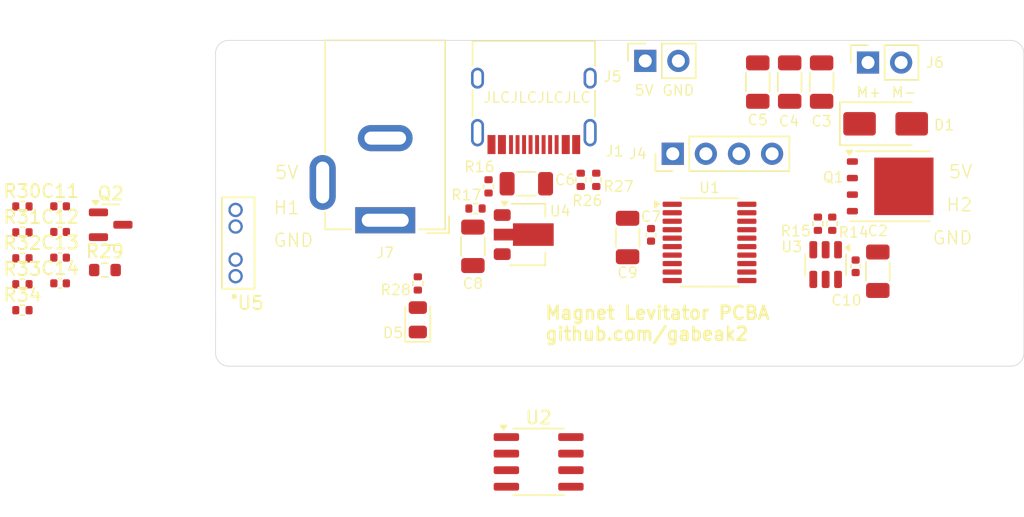
<source format=kicad_pcb>
(kicad_pcb (version 20241229) (generator "pcbnew") (generator_version "9.0")
  (layers (0 "F.Cu" signal) (2 "B.Cu" signal) (13 "F.Paste" user) (15 "B.Paste" user) (5 "F.SilkS" user "F.Silkscreen") (7 "B.SilkS" user "B.Silkscreen") (1 "F.Mask" user) (3 "B.Mask" user) (25 "Edge.Cuts" user))
  (net 0 "")
  (net 1 "+5V")
  (net 2 "GND")
  (net 3 "Net-(C6-Pad2)")
  (net 4 "+3.3V")
  (net 5 "Net-(C8-Pad2)")
  (net 6 "Net-(D1-A)")
  (net 7 "Net-(D5-A)")
  (net 10 "/CC2")
  (net 14 "/CC1")
  (net 20 "Net-(U1-PF2)")
  (net 21 "Net-(U2A--)")
  (net 23 "Net-(Q1-G)")
  (net 24 "Net-(U3-OUTH)")
  (net 25 "Net-(U3-OUTL)")
  (net 27 "/Gate_driver_in")
  (net 33 "/SWCLK")
  (net 35 "/ADC")
  (net 40 "/SWDIO")
  (net 42 "Net-(C13-Pad2)")
  (net 43 "Net-(U2B--)")
  (net 44 "Net-(Q2-B)")
  (net 45 "Net-(Q2-C)")
  (net 46 "Net-(Q2-E)")
  (net 47 "Net-(U2B-+)")
  (footprint "Resistor_SMD:R_0603_1608Metric" (layer "F.Cu") (at 100.615 104.12)
    (property "Reference" "R29" (at 0 -1.43 0) (layer "F.SilkS"))
    (property "Value" "220k")
    (fp_line (start -0.237258 -0.5225) (end 0.237258 -0.5225) (stroke (width 0.12)) (layer "F.SilkS"))
    (fp_line (start -0.237258 0.5225) (end 0.237258 0.5225) (stroke (width 0.12)) (layer "F.SilkS"))
    (pad "1" smd roundrect (at -0.825 0) (size 0.8 0.95) (layers "F.Cu" "F.Mask" "F.Paste") (net 35 "/ADC"))
    (pad "2" smd roundrect (at 0.825 0) (size 0.8 0.95) (layers "F.Cu" "F.Mask" "F.Paste") (net 21 "Net-(U2A--)"))
  )
  (footprint "Capacitor_SMD:C_0402_1005Metric" (layer "F.Cu") (at 97.175 101.2)
    (property "Reference" "C12" (at 0 -1.16 0) (layer "F.SilkS"))
    (property "Value" "1nF")
    (fp_line (start -0.107836 -0.36) (end 0.107836 -0.36) (stroke (width 0.12)) (layer "F.SilkS"))
    (fp_line (start -0.107836 0.36) (end 0.107836 0.36) (stroke (width 0.12)) (layer "F.SilkS"))
    (pad "1" smd roundrect (at -0.48 0) (size 0.56 0.62) (layers "F.Cu" "F.Mask" "F.Paste") (net 21 "Net-(U2A--)"))
    (pad "2" smd roundrect (at 0.48 0) (size 0.56 0.62) (layers "F.Cu" "F.Mask" "F.Paste") (net 35 "/ADC"))
  )
  (footprint "gabe_sensors:TCRT1000" (layer "F.Cu") (at 110.84 102.05 90)
    (property "Reference" "U5" (at -4.6 0.96 180) (layer "F.SilkS") (effects (font (size 1.000118 1.000118))))
    (property "Value" "~")
    (fp_line (start 3.5 -1.25) (end 3.5 1.25) (stroke (width 0.127)) (layer "F.SilkS"))
    (fp_line (start -3.5 -1.25) (end 3.5 -1.25) (stroke (width 0.127)) (layer "F.SilkS"))
    (fp_line (start 3.5 1.25) (end -3.5 1.25) (stroke (width 0.127)) (layer "F.SilkS"))
    (fp_line (start -3.5 1.25) (end -3.5 -1.25) (stroke (width 0.127)) (layer "F.SilkS"))
    (fp_circle (center -4.1 -0.3) (end -4 -0.3) (stroke (width 0.2)) (fill no) (layer "F.SilkS"))
    (pad "1" thru_hole circle (at -2.54 -0.2 90) (size 1.1 1.1) (drill 0.75) (layers "*.Cu" "*.Mask") (net 1 "+5V"))
    (pad "2" thru_hole circle (at -1.27 -0.2 90) (size 1.1 1.1) (drill 0.75) (layers "*.Cu" "*.Mask") (net 45 "Net-(Q2-C)"))
    (pad "3" thru_hole circle (at 1.27 -0.2 90) (size 1.1 1.1) (drill 0.75) (layers "*.Cu" "*.Mask") (net 2 "GND"))
    (pad "4" thru_hole circle (at 2.54 -0.2 90) (size 1.1 1.1) (drill 0.75) (layers "*.Cu" "*.Mask") (net 21 "Net-(U2A--)"))
  )
  (footprint "Capacitor_SMD:C_0402_1005Metric" (layer "F.Cu") (at 97.175 99.23)
    (property "Reference" "C11" (at 0 -1.16 0) (layer "F.SilkS"))
    (property "Value" "100nF")
    (fp_line (start -0.107836 -0.36) (end 0.107836 -0.36) (stroke (width 0.12)) (layer "F.SilkS"))
    (fp_line (start -0.107836 0.36) (end 0.107836 0.36) (stroke (width 0.12)) (layer "F.SilkS"))
    (pad "1" smd roundrect (at -0.48 0) (size 0.56 0.62) (layers "F.Cu" "F.Mask" "F.Paste") (net 20 "Net-(U1-PF2)"))
    (pad "2" smd roundrect (at 0.48 0) (size 0.56 0.62) (layers "F.Cu" "F.Mask" "F.Paste") (net 2 "GND"))
  )
  (footprint "Resistor_SMD:R_0402_1005Metric" (layer "F.Cu") (at 94.285 99.24)
    (property "Reference" "R30" (at 0 -1.17 0) (layer "F.SilkS"))
    (property "Value" "5.1k")
    (fp_line (start -0.153641 -0.38) (end 0.153641 -0.38) (stroke (width 0.12)) (layer "F.SilkS"))
    (fp_line (start -0.153641 0.38) (end 0.153641 0.38) (stroke (width 0.12)) (layer "F.SilkS"))
    (pad "1" smd roundrect (at -0.51 0) (size 0.54 0.64) (layers "F.Cu" "F.Mask" "F.Paste") (net 46 "Net-(Q2-E)"))
    (pad "2" smd roundrect (at 0.51 0) (size 0.54 0.64) (layers "F.Cu" "F.Mask" "F.Paste") (net 43 "Net-(U2B--)"))
  )
  (footprint "Resistor_SMD:R_0402_1005Metric" (layer "F.Cu") (at 94.285 107.2)
    (property "Reference" "R34" (at 0 -1.17 0) (layer "F.SilkS"))
    (property "Value" "5.1k")
    (fp_line (start -0.153641 -0.38) (end 0.153641 -0.38) (stroke (width 0.12)) (layer "F.SilkS"))
    (fp_line (start -0.153641 0.38) (end 0.153641 0.38) (stroke (width 0.12)) (layer "F.SilkS"))
    (pad "1" smd roundrect (at -0.51 0) (size 0.54 0.64) (layers "F.Cu" "F.Mask" "F.Paste") (net 47 "Net-(U2B-+)"))
    (pad "2" smd roundrect (at 0.51 0) (size 0.54 0.64) (layers "F.Cu" "F.Mask" "F.Paste") (net 2 "GND"))
  )
  (footprint "Capacitor_SMD:C_0402_1005Metric" (layer "F.Cu") (at 142.5125 101.42 -90)
    (property "Reference" "C7" (at -1.4 0 0) (layer "F.SilkS") (effects (font (size 0.8 0.8) (thickness 0.1))))
    (property "Value" "100nF")
    (fp_line (start -0.107836 0.36) (end 0.107836 0.36) (stroke (width 0.12)) (layer "F.SilkS"))
    (fp_line (start -0.107836 -0.36) (end 0.107836 -0.36) (stroke (width 0.12)) (layer "F.SilkS"))
    (pad "1" smd roundrect (at -0.48 0 270) (size 0.56 0.62) (layers "F.Cu" "F.Mask" "F.Paste") (net 4 "+3.3V"))
    (pad "2" smd roundrect (at 0.48 0 270) (size 0.56 0.62) (layers "F.Cu" "F.Mask" "F.Paste") (net 2 "GND"))
  )
  (footprint "Capacitor_SMD:C_1206_3216Metric" (layer "F.Cu") (at 140.7125 101.625 -90)
    (property "Reference" "C9" (at 2.7 0 0) (layer "F.SilkS") (effects (font (size 0.8 0.8) (thickness 0.1))))
    (property "Value" "2.2uF")
    (fp_line (start -0.711252 0.91) (end 0.711252 0.91) (stroke (width 0.12)) (layer "F.SilkS"))
    (fp_line (start -0.711252 -0.91) (end 0.711252 -0.91) (stroke (width 0.12)) (layer "F.SilkS"))
    (pad "1" smd roundrect (at -1.475 0 270) (size 1.15 1.8) (layers "F.Cu" "F.Mask" "F.Paste") (roundrect_rratio 0.217391) (net 4 "+3.3V"))
    (pad "2" smd roundrect (at 1.475 0 270) (size 1.15 1.8) (layers "F.Cu" "F.Mask" "F.Paste") (roundrect_rratio 0.217391) (net 2 "GND"))
  )
  (footprint "Resistor_SMD:R_0402_1005Metric" (layer "F.Cu") (at 94.285 105.21)
    (property "Reference" "R33" (at 0 -1.17 0) (layer "F.SilkS"))
    (property "Value" "5.1k")
    (fp_line (start -0.153641 -0.38) (end 0.153641 -0.38) (stroke (width 0.12)) (layer "F.SilkS"))
    (fp_line (start -0.153641 0.38) (end 0.153641 0.38) (stroke (width 0.12)) (layer "F.SilkS"))
    (pad "1" smd roundrect (at -0.51 0) (size 0.54 0.64) (layers "F.Cu" "F.Mask" "F.Paste") (net 4 "+3.3V"))
    (pad "2" smd roundrect (at 0.51 0) (size 0.54 0.64) (layers "F.Cu" "F.Mask" "F.Paste") (net 47 "Net-(U2B-+)"))
  )
  (footprint "Connector_PinSocket_2.54mm:PinSocket_1x02_P2.54mm_Vertical" (layer "F.Cu") (at 142.07 88.075 90)
    (property "Reference" "J5" (at -1.2 -2.5 0) (layer "F.SilkS") (effects (font (size 0.8 0.8) (thickness 0.1))))
    (property "Value" "Conn_01x02")
    (fp_line (start 1.33 -1.33) (end 1.33 0) (stroke (width 0.12)) (layer "F.SilkS"))
    (fp_line (start 0 -1.33) (end 1.33 -1.33) (stroke (width 0.12)) (layer "F.SilkS"))
    (fp_line (start 1.33 1.27) (end 1.33 3.87) (stroke (width 0.12)) (layer "F.SilkS"))
    (fp_line (start -1.33 1.27) (end 1.33 1.27) (stroke (width 0.12)) (layer "F.SilkS"))
    (fp_line (start -1.33 1.27) (end -1.33 3.87) (stroke (width 0.12)) (layer "F.SilkS"))
    (fp_line (start -1.33 3.87) (end 1.33 3.87) (stroke (width 0.12)) (layer "F.SilkS"))
    (pad "1" thru_hole rect (at 0 0 90) (size 1.7 1.7) (drill 1) (layers "*.Cu" "*.Mask") (net 1 "+5V"))
    (pad "2" thru_hole oval (at 0 2.54 90) (size 1.7 1.7) (drill 1) (layers "*.Cu" "*.Mask") (net 2 "GND"))
  )
  (footprint "Resistor_SMD:R_0402_1005Metric" (layer "F.Cu") (at 94.285 103.22)
    (property "Reference" "R32" (at 0 -1.17 0) (layer "F.SilkS"))
    (property "Value" "47")
    (fp_line (start -0.153641 -0.38) (end 0.153641 -0.38) (stroke (width 0.12)) (layer "F.SilkS"))
    (fp_line (start -0.153641 0.38) (end 0.153641 0.38) (stroke (width 0.12)) (layer "F.SilkS"))
    (pad "1" smd roundrect (at -0.51 0) (size 0.54 0.64) (layers "F.Cu" "F.Mask" "F.Paste") (net 42 "Net-(C13-Pad2)"))
    (pad "2" smd roundrect (at 0.51 0) (size 0.54 0.64) (layers "F.Cu" "F.Mask" "F.Paste") (net 44 "Net-(Q2-B)"))
  )
  (footprint "Capacitor_SMD:C_0402_1005Metric" (layer "F.Cu") (at 97.175 103.17)
    (property "Reference" "C13" (at 0 -1.16 0) (layer "F.SilkS"))
    (property "Value" "10nF")
    (fp_line (start -0.107836 -0.36) (end 0.107836 -0.36) (stroke (width 0.12)) (layer "F.SilkS"))
    (fp_line (start -0.107836 0.36) (end 0.107836 0.36) (stroke (width 0.12)) (layer "F.SilkS"))
    (pad "1" smd roundrect (at -0.48 0) (size 0.56 0.62) (layers "F.Cu" "F.Mask" "F.Paste") (net 43 "Net-(U2B--)"))
    (pad "2" smd roundrect (at 0.48 0) (size 0.56 0.62) (layers "F.Cu" "F.Mask" "F.Paste") (net 42 "Net-(C13-Pad2)"))
  )
  (footprint "Resistor_SMD:R_0402_1005Metric" (layer "F.Cu") (at 124.62 105.1475 90)
    (property "Reference" "R28" (at -0.49 -1.7 180) (layer "F.SilkS") (effects (font (size 0.8 0.8) (thickness 0.1))))
    (property "Value" "5.1k")
    (fp_line (start -0.153641 -0.38) (end 0.153641 -0.38) (stroke (width 0.12)) (layer "F.SilkS"))
    (fp_line (start -0.153641 0.38) (end 0.153641 0.38) (stroke (width 0.12)) (layer "F.SilkS"))
    (pad "1" smd roundrect (at -0.51 0 90) (size 0.54 0.64) (layers "F.Cu" "F.Mask" "F.Paste") (net 7 "Net-(D5-A)"))
    (pad "2" smd roundrect (at 0.51 0 90) (size 0.54 0.64) (layers "F.Cu" "F.Mask" "F.Paste") (net 1 "+5V"))
  )
  (footprint "Package_SO:TSSOP-20_4.4x6.5mm_P0.65mm" (layer "F.Cu") (at 147 102)
    (property "Reference" "U1" (at 0 -4.2 0) (layer "F.SilkS") (effects (font (size 0.8 0.8) (thickness 0.1))))
    (property "Value" "STM32C011F6Px")
    (fp_line (start 0 -3.385) (end -2.2 -3.385) (stroke (width 0.12)) (layer "F.SilkS"))
    (fp_line (start 0 -3.385) (end 2.2 -3.385) (stroke (width 0.12)) (layer "F.SilkS"))
    (fp_line (start 0 3.385) (end -2.2 3.385) (stroke (width 0.12)) (layer "F.SilkS"))
    (fp_line (start 0 3.385) (end 2.2 3.385) (stroke (width 0.12)) (layer "F.SilkS"))
    (fp_poly (pts (xy -3.86 -2.925) (xy -4.19 -3.165) (xy -4.19 -2.685) (xy -3.86 -2.925)) (stroke (width 0.12)) (fill yes) (layer "F.SilkS"))
    (pad "1" smd roundrect (at -2.8625 -2.925) (size 1.475 0.4) (layers "F.Cu" "F.Mask" "F.Paste"))
    (pad "2" smd roundrect (at -2.8625 -2.275) (size 1.475 0.4) (layers "F.Cu" "F.Mask" "F.Paste"))
    (pad "3" smd roundrect (at -2.8625 -1.625) (size 1.475 0.4) (layers "F.Cu" "F.Mask" "F.Paste"))
    (pad "4" smd roundrect (at -2.8625 -0.975) (size 1.475 0.4) (layers "F.Cu" "F.Mask" "F.Paste") (net 4 "+3.3V"))
    (pad "5" smd roundrect (at -2.8625 -0.325) (size 1.475 0.4) (layers "F.Cu" "F.Mask" "F.Paste") (net 2 "GND"))
    (pad "6" smd roundrect (at -2.8625 0.325) (size 1.475 0.4) (layers "F.Cu" "F.Mask" "F.Paste") (net 20 "Net-(U1-PF2)"))
    (pad "7" smd roundrect (at -2.8625 0.975) (size 1.475 0.4) (layers "F.Cu" "F.Mask" "F.Paste") (net 35 "/ADC"))
    (pad "8" smd roundrect (at -2.8625 1.625) (size 1.475 0.4) (layers "F.Cu" "F.Mask" "F.Paste"))
    (pad "9" smd roundrect (at -2.8625 2.275) (size 1.475 0.4) (layers "F.Cu" "F.Mask" "F.Paste"))
    (pad "10" smd roundrect (at -2.8625 2.925) (size 1.475 0.4) (layers "F.Cu" "F.Mask" "F.Paste"))
    (pad "11" smd roundrect (at 2.8625 2.925) (size 1.475 0.4) (layers "F.Cu" "F.Mask" "F.Paste"))
    (pad "12" smd roundrect (at 2.8625 2.275) (size 1.475 0.4) (layers "F.Cu" "F.Mask" "F.Paste") (net 27 "/Gate_driver_in"))
    (pad "13" smd roundrect (at 2.8625 1.625) (size 1.475 0.4) (layers "F.Cu" "F.Mask" "F.Paste"))
    (pad "14" smd roundrect (at 2.8625 0.975) (size 1.475 0.4) (layers "F.Cu" "F.Mask" "F.Paste"))
    (pad "15" smd roundrect (at 2.8625 0.325) (size 1.475 0.4) (layers "F.Cu" "F.Mask" "F.Paste"))
    (pad "16" smd roundrect (at 2.8625 -0.325) (size 1.475 0.4) (layers "F.Cu" "F.Mask" "F.Paste"))
    (pad "17" smd roundrect (at 2.8625 -0.975) (size 1.475 0.4) (layers "F.Cu" "F.Mask" "F.Paste"))
    (pad "18" smd roundrect (at 2.8625 -1.625) (size 1.475 0.4) (layers "F.Cu" "F.Mask" "F.Paste") (net 40 "/SWDIO"))
    (pad "19" smd roundrect (at 2.8625 -2.275) (size 1.475 0.4) (layers "F.Cu" "F.Mask" "F.Paste") (net 33 "/SWCLK"))
    (pad "20" smd roundrect (at 2.8625 -2.925) (size 1.475 0.4) (layers "F.Cu" "F.Mask" "F.Paste"))
  )
  (footprint "Capacitor_SMD:C_1206_3216Metric" (layer "F.Cu") (at 159.91 104.2125 -90)
    (property "Reference" "C2" (at -3.1 0 0) (layer "F.SilkS") (effects (font (size 0.8 0.8) (thickness 0.1))))
    (property "Value" "2.2uF")
    (fp_line (start -0.711252 0.91) (end 0.711252 0.91) (stroke (width 0.12)) (layer "F.SilkS"))
    (fp_line (start -0.711252 -0.91) (end 0.711252 -0.91) (stroke (width 0.12)) (layer "F.SilkS"))
    (pad "1" smd roundrect (at -1.475 0 270) (size 1.15 1.8) (layers "F.Cu" "F.Mask" "F.Paste") (roundrect_rratio 0.217391) (net 1 "+5V"))
    (pad "2" smd roundrect (at 1.475 0 270) (size 1.15 1.8) (layers "F.Cu" "F.Mask" "F.Paste") (roundrect_rratio 0.217391) (net 2 "GND"))
  )
  (footprint "Package_SO:SOIC-8_3.9x4.9mm_P1.27mm" (layer "F.Cu") (at 133.89 118.84)
    (property "Reference" "U2" (at 0 -3.4 0) (layer "F.SilkS"))
    (property "Value" "LM358")
    (fp_line (start 0 -2.56) (end -1.95 -2.56) (stroke (width 0.12)) (layer "F.SilkS"))
    (fp_line (start 0 -2.56) (end 1.95 -2.56) (stroke (width 0.12)) (layer "F.SilkS"))
    (fp_line (start 0 2.56) (end -1.95 2.56) (stroke (width 0.12)) (layer "F.SilkS"))
    (fp_line (start 0 2.56) (end 1.95 2.56) (stroke (width 0.12)) (layer "F.SilkS"))
    (fp_poly (pts (xy -2.7 -2.465) (xy -2.94 -2.795) (xy -2.46 -2.795) (xy -2.7 -2.465)) (stroke (width 0.12)) (fill yes) (layer "F.SilkS"))
    (pad "1" smd roundrect (at -2.475 -1.905) (size 1.95 0.6) (layers "F.Cu" "F.Mask" "F.Paste") (net 35 "/ADC"))
    (pad "2" smd roundrect (at -2.475 -0.635) (size 1.95 0.6) (layers "F.Cu" "F.Mask" "F.Paste") (net 21 "Net-(U2A--)"))
    (pad "3" smd roundrect (at -2.475 0.635) (size 1.95 0.6) (layers "F.Cu" "F.Mask" "F.Paste") (net 2 "GND"))
    (pad "4" smd roundrect (at -2.475 1.905) (size 1.95 0.6) (layers "F.Cu" "F.Mask" "F.Paste") (net 2 "GND"))
    (pad "5" smd roundrect (at 2.475 1.905) (size 1.95 0.6) (layers "F.Cu" "F.Mask" "F.Paste") (net 47 "Net-(U2B-+)"))
    (pad "6" smd roundrect (at 2.475 0.635) (size 1.95 0.6) (layers "F.Cu" "F.Mask" "F.Paste") (net 43 "Net-(U2B--)"))
    (pad "7" smd roundrect (at 2.475 -0.635) (size 1.95 0.6) (layers "F.Cu" "F.Mask" "F.Paste") (net 42 "Net-(C13-Pad2)"))
    (pad "8" smd roundrect (at 2.475 -1.905) (size 1.95 0.6) (layers "F.Cu" "F.Mask" "F.Paste") (net 1 "+5V"))
  )
  (footprint "LED_SMD:LED_0805_2012Metric" (layer "F.Cu") (at 124.62 107.9375 90)
    (property "Reference" "D5" (at -1 -1.9 180) (layer "F.SilkS") (effects (font (size 0.8 0.8) (thickness 0.1))))
    (property "Value" "LED")
    (fp_line (start 1 -0.96) (end -1.685 -0.96) (stroke (width 0.12)) (layer "F.SilkS"))
    (fp_line (start -1.685 -0.96) (end -1.685 0.96) (stroke (width 0.12)) (layer "F.SilkS"))
    (fp_line (start -1.685 0.96) (end 1 0.96) (stroke (width 0.12)) (layer "F.SilkS"))
    (pad "1" smd roundrect (at -0.9375 0 90) (size 0.975 1.4) (layers "F.Cu" "F.Mask" "F.Paste") (net 2 "GND"))
    (pad "2" smd roundrect (at 0.9375 0 90) (size 0.975 1.4) (layers "F.Cu" "F.Mask" "F.Paste") (net 7 "Net-(D5-A)"))
  )
  (footprint "Capacitor_SMD:C_0402_1005Metric" (layer "F.Cu") (at 158.21 103.8325 -90)
    (property "Reference" "C10" (at 2.605 0.7 180) (layer "F.SilkS") (effects (font (size 0.8 0.8) (thickness 0.1))))
    (property "Value" "100nF")
    (fp_line (start -0.107836 0.36) (end 0.107836 0.36) (stroke (width 0.12)) (layer "F.SilkS"))
    (fp_line (start -0.107836 -0.36) (end 0.107836 -0.36) (stroke (width 0.12)) (layer "F.SilkS"))
    (pad "1" smd roundrect (at -0.48 0 270) (size 0.56 0.62) (layers "F.Cu" "F.Mask" "F.Paste") (net 1 "+5V"))
    (pad "2" smd roundrect (at 0.48 0 270) (size 0.56 0.62) (layers "F.Cu" "F.Mask" "F.Paste") (net 2 "GND"))
  )
  (footprint "Capacitor_SMD:C_1206_3216Metric" (layer "F.Cu") (at 153.15 89.7 -90)
    (property "Reference" "C4" (at 3 0.05 180) (layer "F.SilkS") (effects (font (size 0.8 0.8) (thickness 0.1))))
    (property "Value" "10uF")
    (fp_line (start -0.711252 0.91) (end 0.711252 0.91) (stroke (width 0.12)) (layer "F.SilkS"))
    (fp_line (start -0.711252 -0.91) (end 0.711252 -0.91) (stroke (width 0.12)) (layer "F.SilkS"))
    (pad "1" smd roundrect (at -1.475 0 270) (size 1.15 1.8) (layers "F.Cu" "F.Mask" "F.Paste") (roundrect_rratio 0.217391) (net 1 "+5V"))
    (pad "2" smd roundrect (at 1.475 0 270) (size 1.15 1.8) (layers "F.Cu" "F.Mask" "F.Paste") (roundrect_rratio 0.217391) (net 2 "GND"))
  )
  (footprint "Connector_USB:USB_C_Receptacle_HRO_TYPE-C-31-M-12" (layer "F.Cu") (at 133.52 90.45 180)
    (property "Reference" "J1" (at -6.2 -4.55 0) (layer "F.SilkS") (effects (font (size 0.8 0.8) (thickness 0.1))))
    (property "Value" "USB_C_Receptacle_USB2.0")
    (fp_line (start 4.7 2) (end 4.7 3.9) (stroke (width 0.12)) (layer "F.SilkS"))
    (fp_line (start 4.7 -1.9) (end 4.7 0.1) (stroke (width 0.12)) (layer "F.SilkS"))
    (fp_line (start -4.7 3.9) (end 4.7 3.9) (stroke (width 0.12)) (layer "F.SilkS"))
    (fp_line (start -4.7 2) (end -4.7 3.9) (stroke (width 0.12)) (layer "F.SilkS"))
    (fp_line (start -4.7 -1.9) (end -4.7 0.1) (stroke (width 0.12)) (layer "F.SilkS"))
    (pad "" np_thru_hole circle (at -2.89 -2.6 180) (size 0.65 0.65) (drill 0.65) (layers "*.Cu" "*.Mask"))
    (pad "" np_thru_hole circle (at 2.89 -2.6 180) (size 0.65 0.65) (drill 0.65) (layers "*.Cu" "*.Mask"))
    (pad "A1" smd rect (at -3.25 -4.045 180) (size 0.6 1.45) (layers "F.Cu" "F.Mask" "F.Paste") (net 2 "GND"))
    (pad "A4" smd rect (at -2.45 -4.045 180) (size 0.6 1.45) (layers "F.Cu" "F.Mask" "F.Paste") (net 1 "+5V"))
    (pad "A5" smd rect (at -1.25 -4.045 180) (size 0.3 1.45) (layers "F.Cu" "F.Mask" "F.Paste") (net 14 "/CC1"))
    (pad "A6" smd rect (at -0.25 -4.045 180) (size 0.3 1.45) (layers "F.Cu" "F.Mask" "F.Paste"))
    (pad "A7" smd rect (at 0.25 -4.045 180) (size 0.3 1.45) (layers "F.Cu" "F.Mask" "F.Paste"))
    (pad "A8" smd rect (at 1.25 -4.045 180) (size 0.3 1.45) (layers "F.Cu" "F.Mask" "F.Paste"))
    (pad "A9" smd rect (at 2.45 -4.045 180) (size 0.6 1.45) (layers "F.Cu" "F.Mask" "F.Paste") (net 1 "+5V"))
    (pad "A12" smd rect (at 3.25 -4.045 180) (size 0.6 1.45) (layers "F.Cu" "F.Mask" "F.Paste") (net 2 "GND"))
    (pad "B1" smd rect (at 3.25 -4.045 180) (size 0.6 1.45) (layers "F.Cu" "F.Mask" "F.Paste") (net 2 "GND"))
    (pad "B4" smd rect (at 2.45 -4.045 180) (size 0.6 1.45) (layers "F.Cu" "F.Mask" "F.Paste") (net 1 "+5V"))
    (pad "B5" smd rect (at 1.75 -4.045 180) (size 0.3 1.45) (layers "F.Cu" "F.Mask" "F.Paste") (net 10 "/CC2"))
    (pad "B6" smd rect (at 0.75 -4.045 180) (size 0.3 1.45) (layers "F.Cu" "F.Mask" "F.Paste"))
    (pad "B7" smd rect (at -0.75 -4.045 180) (size 0.3 1.45) (layers "F.Cu" "F.Mask" "F.Paste"))
    (pad "B8" smd rect (at -1.75 -4.045 180) (size 0.3 1.45) (layers "F.Cu" "F.Mask" "F.Paste"))
    (pad "B9" smd rect (at -2.45 -4.045 180) (size 0.6 1.45) (layers "F.Cu" "F.Mask" "F.Paste") (net 1 "+5V"))
    (pad "B12" smd rect (at -3.25 -4.045 180) (size 0.6 1.45) (layers "F.Cu" "F.Mask" "F.Paste") (net 2 "GND"))
    (pad "S1" thru_hole oval (at -4.32 -3.13 180) (size 1 2.1) (drill oval 0.6 1.7) (property pad_prop_heatsink) (layers "*.Cu" "*.Mask"))
    (pad "S1" thru_hole oval (at -4.32 1.05 180) (size 1 1.6) (drill oval 0.6 1.2) (property pad_prop_heatsink) (layers "*.Cu" "*.Mask"))
    (pad "S1" thru_hole oval (at 4.32 -3.13 180) (size 1 2.1) (drill oval 0.6 1.7) (property pad_prop_heatsink) (layers "*.Cu" "*.Mask"))
    (pad "S1" thru_hole oval (at 4.32 1.05 180) (size 1 1.6) (drill oval 0.6 1.2) (property pad_prop_heatsink) (layers "*.Cu" "*.Mask"))
  )
  (footprint "Package_TO_SOT_SMD:TDSON-8-1" (layer "F.Cu") (at 160.86 97.7)
    (property "Reference" "Q1" (at -4.36 -0.7 0) (layer "F.SilkS") (effects (font (size 0.8 0.8) (thickness 0.1))))
    (property "Value" "BSC0702LS")
    (fp_line (start 3.06 -2.685) (end -2.62 -2.685) (stroke (width 0.12)) (layer "F.SilkS"))
    (fp_line (start 3.06 2.685) (end -3.06 2.685) (stroke (width 0.12)) (layer "F.SilkS"))
    (fp_poly (pts (xy -3.131622 -2.42027) (xy -3.371622 -2.75027) (xy -2.891622 -2.75027) (xy -3.131622 -2.42027)) (stroke (width 0.12)) (fill yes) (layer "F.SilkS"))
    (pad "1" smd roundrect (at -2.9 -1.905) (size 0.85 0.5) (layers "F.Cu" "F.Mask" "F.Paste") (net 2 "GND"))
    (pad "2" smd roundrect (at -2.9 -0.635) (size 0.85 0.5) (layers "F.Cu" "F.Mask" "F.Paste") (net 2 "GND"))
    (pad "3" smd roundrect (at -2.9 0.635) (size 0.85 0.5) (layers "F.Cu" "F.Mask" "F.Paste") (net 2 "GND"))
    (pad "4" smd roundrect (at -2.9 1.905) (size 0.85 0.5) (layers "F.Cu" "F.Mask" "F.Paste") (net 23 "Net-(Q1-G)"))
    (pad "5" smd rect (at 1.05 0) (size 4.55 4.41) (layers "F.Cu") (net 6 "Net-(D1-A)"))
  )
  (footprint "Resistor_SMD:R_0402_1005Metric" (layer "F.Cu") (at 129.045 99.4 180)
    (property "Reference" "R17" (at 0.7 1.0375 0) (layer "F.SilkS") (effects (font (size 0.8 0.8) (thickness 0.1))))
    (property "Value" "1")
    (fp_line (start -0.153641 0.38) (end 0.153641 0.38) (stroke (width 0.12)) (layer "F.SilkS"))
    (fp_line (start -0.153641 -0.38) (end 0.153641 -0.38) (stroke (width 0.12)) (layer "F.SilkS"))
    (pad "1" smd roundrect (at -0.51 0 180) (size 0.54 0.64) (layers "F.Cu" "F.Mask" "F.Paste") (net 2 "GND"))
    (pad "2" smd roundrect (at 0.51 0 180) (size 0.54 0.64) (layers "F.Cu" "F.Mask" "F.Paste") (net 5 "Net-(C8-Pad2)"))
  )
  (footprint "Capacitor_SMD:C_1206_3216Metric" (layer "F.Cu") (at 150.7 89.7 -90)
    (property "Reference" "C5" (at 2.9 0 180) (layer "F.SilkS") (effects (font (size 0.8 0.8) (thickness 0.1))))
    (property "Value" "10uF")
    (fp_line (start -0.711252 0.91) (end 0.711252 0.91) (stroke (width 0.12)) (layer "F.SilkS"))
    (fp_line (start -0.711252 -0.91) (end 0.711252 -0.91) (stroke (width 0.12)) (layer "F.SilkS"))
    (pad "1" smd roundrect (at -1.475 0 270) (size 1.15 1.8) (layers "F.Cu" "F.Mask" "F.Paste") (roundrect_rratio 0.217391) (net 1 "+5V"))
    (pad "2" smd roundrect (at 1.475 0 270) (size 1.15 1.8) (layers "F.Cu" "F.Mask" "F.Paste") (roundrect_rratio 0.217391) (net 2 "GND"))
  )
  (footprint "Package_TO_SOT_SMD:SOT-23-6" (layer "F.Cu") (at 155.91 103.7 -90)
    (property "Reference" "U3" (at -1.3625 2.6 180) (layer "F.SilkS") (effects (font (size 0.8 0.8) (thickness 0.1))))
    (property "Value" "UCC27511ADBV")
    (fp_line (start 0 1.56) (end -0.8 1.56) (stroke (width 0.12)) (layer "F.SilkS"))
    (fp_line (start 0 1.56) (end 0.8 1.56) (stroke (width 0.12)) (layer "F.SilkS"))
    (fp_line (start 0 -1.56) (end -0.8 -1.56) (stroke (width 0.12)) (layer "F.SilkS"))
    (fp_line (start 0 -1.56) (end 0.8 -1.56) (stroke (width 0.12)) (layer "F.SilkS"))
    (fp_poly (pts (xy -1.3 -1.51) (xy -1.54 -1.84) (xy -1.06 -1.84) (xy -1.3 -1.51)) (stroke (width 0.12)) (fill yes) (layer "F.SilkS"))
    (pad "1" smd roundrect (at -1.1375 -0.95 270) (size 1.325 0.6) (layers "F.Cu" "F.Mask" "F.Paste") (net 1 "+5V"))
    (pad "2" smd roundrect (at -1.1375 0 270) (size 1.325 0.6) (layers "F.Cu" "F.Mask" "F.Paste") (net 24 "Net-(U3-OUTH)"))
    (pad "3" smd roundrect (at -1.1375 0.95 270) (size 1.325 0.6) (layers "F.Cu" "F.Mask" "F.Paste") (net 25 "Net-(U3-OUTL)"))
    (pad "4" smd roundrect (at 1.1375 0.95 270) (size 1.325 0.6) (layers "F.Cu" "F.Mask" "F.Paste") (net 2 "GND"))
    (pad "5" smd roundrect (at 1.1375 0 270) (size 1.325 0.6) (layers "F.Cu" "F.Mask" "F.Paste") (net 2 "GND"))
    (pad "6" smd roundrect (at 1.1375 -0.95 270) (size 1.325 0.6) (layers "F.Cu" "F.Mask" "F.Paste") (net 27 "/Gate_driver_in"))
  )
  (footprint "Package_TO_SOT_SMD:SOT-23" (layer "F.Cu") (at 101.055 100.645)
    (property "Reference" "Q2" (at 0 -2.4 0) (layer "F.SilkS"))
    (property "Value" "MMBT2222A")
    (fp_line (start 0 -1.56) (end -0.65 -1.56) (stroke (width 0.12)) (layer "F.SilkS"))
    (fp_line (start 0 -1.56) (end 0.65 -1.56) (stroke (width 0.12)) (layer "F.SilkS"))
    (fp_line (start 0 1.56) (end -0.65 1.56) (stroke (width 0.12)) (layer "F.SilkS"))
    (fp_line (start 0 1.56) (end 0.65 1.56) (stroke (width 0.12)) (layer "F.SilkS"))
    (fp_poly (pts (xy -1.1625 -1.51) (xy -1.4025 -1.84) (xy -0.9225 -1.84) (xy -1.1625 -1.51)) (stroke (width 0.12)) (fill yes) (layer "F.SilkS"))
    (pad "1" smd roundrect (at -0.9375 -0.95) (size 1.475 0.6) (layers "F.Cu" "F.Mask" "F.Paste") (net 44 "Net-(Q2-B)"))
    (pad "2" smd roundrect (at -0.9375 0.95) (size 1.475 0.6) (layers "F.Cu" "F.Mask" "F.Paste") (net 46 "Net-(Q2-E)"))
    (pad "3" smd roundrect (at 0.9375 0) (size 1.475 0.6) (layers "F.Cu" "F.Mask" "F.Paste") (net 45 "Net-(Q2-C)"))
  )
  (footprint "Resistor_SMD:R_0402_1005Metric" (layer "F.Cu") (at 155.315 100.5675 90)
    (property "Reference" "R15" (at -0.5575 -1.705 180) (layer "F.SilkS") (effects (font (size 0.8 0.8) (thickness 0.1))))
    (property "Value" "2.2")
    (fp_line (start -0.153641 -0.38) (end 0.153641 -0.38) (stroke (width 0.12)) (layer "F.SilkS"))
    (fp_line (start -0.153641 0.38) (end 0.153641 0.38) (stroke (width 0.12)) (layer "F.SilkS"))
    (pad "1" smd roundrect (at -0.51 0 90) (size 0.54 0.64) (layers "F.Cu" "F.Mask" "F.Paste") (net 25 "Net-(U3-OUTL)"))
    (pad "2" smd roundrect (at 0.51 0 90) (size 0.54 0.64) (layers "F.Cu" "F.Mask" "F.Paste") (net 23 "Net-(Q1-G)"))
  )
  (footprint "Package_TO_SOT_SMD:SOT-89-3" (layer "F.Cu") (at 133.045 101.4)
    (property "Reference" "U4" (at 2.5 -1.8 0) (layer "F.SilkS") (effects (font (size 0.8 0.8) (thickness 0.1))))
    (property "Value" "HT7533-1")
    (fp_line (start -1.22 -2.36) (end 1.36 -2.36) (stroke (width 0.12)) (layer "F.SilkS"))
    (fp_line (start 1.36 -1.38) (end 1.36 -2.36) (stroke (width 0.12)) (layer "F.SilkS"))
    (fp_line (start 1.36 1.38) (end 1.36 2.36) (stroke (width 0.12)) (layer "F.SilkS"))
    (fp_line (start 1.36 2.36) (end -1.36 2.36) (stroke (width 0.12)) (layer "F.SilkS"))
    (fp_poly (pts (xy -1.77 -2.21) (xy -2.01 -2.54) (xy -1.53 -2.54) (xy -1.77 -2.21)) (stroke (width 0.12)) (fill yes) (layer "F.SilkS"))
    (pad "1" smd roundrect (at -1.95 -1.5) (size 1.3 0.9) (layers "F.Cu" "F.Mask" "F.Paste") (net 2 "GND"))
    (pad "2" smd custom (at -1.8625 0) (size 1.475 0.9) (layers "F.Cu" "F.Mask" "F.Paste") (net 1 "+5V") (options (clearance outline) (anchor rect)) (primitives (gr_poly (pts (xy 3.8625 0.8665) (xy 0.7375 0.8665) (xy 0.7375 -0.8665) (xy 3.8625 -0.8665)) (width 0) (fill yes))))
    (pad "3" smd roundrect (at -1.95 1.5) (size 1.3 0.9) (layers "F.Cu" "F.Mask" "F.Paste") (net 4 "+3.3V"))
  )
  (footprint "Capacitor_SMD:C_1206_3216Metric" (layer "F.Cu") (at 155.6 89.7 -90)
    (property "Reference" "C3" (at 3 0 180) (layer "F.SilkS") (effects (font (size 0.8 0.8) (thickness 0.1))))
    (property "Value" "10uF")
    (fp_line (start -0.711252 0.91) (end 0.711252 0.91) (stroke (width 0.12)) (layer "F.SilkS"))
    (fp_line (start -0.711252 -0.91) (end 0.711252 -0.91) (stroke (width 0.12)) (layer "F.SilkS"))
    (pad "1" smd roundrect (at -1.475 0 270) (size 1.15 1.8) (layers "F.Cu" "F.Mask" "F.Paste") (roundrect_rratio 0.217391) (net 1 "+5V"))
    (pad "2" smd roundrect (at 1.475 0 270) (size 1.15 1.8) (layers "F.Cu" "F.Mask" "F.Paste") (roundrect_rratio 0.217391) (net 2 "GND"))
  )
  (footprint "Connector_BarrelJack:BarrelJack_GCT_DCJ200-10-A_Horizontal" (layer "F.Cu") (at 122.12 100.3 180)
    (property "Reference" "J7" (at 0 -2.5 0) (layer "F.SilkS") (effects (font (size 0.8 0.8) (thickness 0.1))))
    (property "Value" "Barrel_Jack_Switch")
    (fp_line (start 4.6 13.8) (end -4.6 13.8) (stroke (width 0.12)) (layer "F.SilkS"))
    (fp_line (start 4.6 5.2) (end 4.6 13.8) (stroke (width 0.12)) (layer "F.SilkS"))
    (fp_line (start 4.6 -0.7) (end 4.6 0.6) (stroke (width 0.12)) (layer "F.SilkS"))
    (fp_line (start 2.6 -0.7) (end 4.6 -0.7) (stroke (width 0.12)) (layer "F.SilkS"))
    (fp_line (start -3.2 -1) (end -4.9 -1) (stroke (width 0.12)) (layer "F.SilkS"))
    (fp_line (start -4.6 13.8) (end -4.6 -0.7) (stroke (width 0.12)) (layer "F.SilkS"))
    (fp_line (start -4.6 -0.7) (end -2.6 -0.7) (stroke (width 0.12)) (layer "F.SilkS"))
    (fp_line (start -4.9 -1) (end -4.9 0.3) (stroke (width 0.12)) (layer "F.SilkS"))
    (pad "1" thru_hole rect (at 0 0 180) (size 4.6 2) (drill oval 3.6 1) (layers "*.Cu" "*.Mask") (net 1 "+5V"))
    (pad "2" thru_hole oval (at 0 6.3 180) (size 4.2 2) (drill oval 3.2 1) (layers "*.Cu" "*.Mask") (net 2 "GND"))
    (pad "3" thru_hole oval (at 4.8 2.9 180) (size 2 4.2) (drill oval 1 3.2) (layers "*.Cu" "*.Mask"))
  )
  (footprint "Capacitor_SMD:C_0402_1005Metric" (layer "F.Cu") (at 97.175 105.14)
    (property "Reference" "C14" (at 0 -1.16 0) (layer "F.SilkS"))
    (property "Value" "100nF")
    (fp_line (start -0.107836 -0.36) (end 0.107836 -0.36) (stroke (width 0.12)) (layer "F.SilkS"))
    (fp_line (start -0.107836 0.36) (end 0.107836 0.36) (stroke (width 0.12)) (layer "F.SilkS"))
    (pad "1" smd roundrect (at -0.48 0) (size 0.56 0.62) (layers "F.Cu" "F.Mask" "F.Paste") (net 1 "+5V"))
    (pad "2" smd roundrect (at 0.48 0) (size 0.56 0.62) (layers "F.Cu" "F.Mask" "F.Paste") (net 2 "GND"))
  )
  (footprint "Resistor_SMD:R_0402_1005Metric" (layer "F.Cu") (at 130.045 97.7 90)
    (property "Reference" "R16" (at 1.5 -0.7 0) (layer "F.SilkS") (effects (font (size 0.8 0.8) (thickness 0.1))))
    (property "Value" "1")
    (fp_line (start -0.153641 -0.38) (end 0.153641 -0.38) (stroke (width 0.12)) (layer "F.SilkS"))
    (fp_line (start -0.153641 0.38) (end 0.153641 0.38) (stroke (width 0.12)) (layer "F.SilkS"))
    (pad "1" smd roundrect (at -0.51 0 90) (size 0.54 0.64) (layers "F.Cu" "F.Mask" "F.Paste") (net 2 "GND"))
    (pad "2" smd roundrect (at 0.51 0 90) (size 0.54 0.64) (layers "F.Cu" "F.Mask" "F.Paste") (net 3 "Net-(C6-Pad2)"))
  )
  (footprint "Resistor_SMD:R_0402_1005Metric" (layer "F.Cu") (at 138.31 97.2 90)
    (property "Reference" "R27" (at -0.5 1.71 180) (layer "F.SilkS") (effects (font (size 0.8 0.8) (thickness 0.1))))
    (property "Value" "5.1k")
    (fp_line (start -0.153641 -0.38) (end 0.153641 -0.38) (stroke (width 0.12)) (layer "F.SilkS"))
    (fp_line (start -0.153641 0.38) (end 0.153641 0.38) (stroke (width 0.12)) (layer "F.SilkS"))
    (pad "1" smd roundrect (at -0.51 0 90) (size 0.54 0.64) (layers "F.Cu" "F.Mask" "F.Paste") (net 2 "GND"))
    (pad "2" smd roundrect (at 0.51 0 90) (size 0.54 0.64) (layers "F.Cu" "F.Mask" "F.Paste") (net 14 "/CC1"))
  )
  (footprint "Resistor_SMD:R_0402_1005Metric" (layer "F.Cu") (at 94.285 101.23)
    (property "Reference" "R31" (at 0 -1.17 0) (layer "F.SilkS"))
    (property "Value" "47")
    (fp_line (start -0.153641 -0.38) (end 0.153641 -0.38) (stroke (width 0.12)) (layer "F.SilkS"))
    (fp_line (start -0.153641 0.38) (end 0.153641 0.38) (stroke (width 0.12)) (layer "F.SilkS"))
    (pad "1" smd roundrect (at -0.51 0) (size 0.54 0.64) (layers "F.Cu" "F.Mask" "F.Paste") (net 46 "Net-(Q2-E)"))
    (pad "2" smd roundrect (at 0.51 0) (size 0.54 0.64) (layers "F.Cu" "F.Mask" "F.Paste") (net 2 "GND"))
  )
  (footprint "Capacitor_SMD:C_1206_3216Metric" (layer "F.Cu") (at 128.845 102.3 90)
    (property "Reference" "C8" (at -2.8625 0 0) (layer "F.SilkS") (effects (font (size 0.8 0.8) (thickness 0.1))))
    (property "Value" "10uF")
    (fp_line (start -0.711252 -0.91) (end 0.711252 -0.91) (stroke (width 0.12)) (layer "F.SilkS"))
    (fp_line (start -0.711252 0.91) (end 0.711252 0.91) (stroke (width 0.12)) (layer "F.SilkS"))
    (pad "1" smd roundrect (at -1.475 0 90) (size 1.15 1.8) (layers "F.Cu" "F.Mask" "F.Paste") (roundrect_rratio 0.217391) (net 4 "+3.3V"))
    (pad "2" smd roundrect (at 1.475 0 90) (size 1.15 1.8) (layers "F.Cu" "F.Mask" "F.Paste") (roundrect_rratio 0.217391) (net 5 "Net-(C8-Pad2)"))
  )
  (footprint "Resistor_SMD:R_0402_1005Metric" (layer "F.Cu") (at 156.415 100.5675 90)
    (property "Reference" "R14" (at -0.6575 1.645 180) (layer "F.SilkS") (effects (font (size 0.8 0.8) (thickness 0.1))))
    (property "Value" "2.2")
    (fp_line (start -0.153641 -0.38) (end 0.153641 -0.38) (stroke (width 0.12)) (layer "F.SilkS"))
    (fp_line (start -0.153641 0.38) (end 0.153641 0.38) (stroke (width 0.12)) (layer "F.SilkS"))
    (pad "1" smd roundrect (at -0.51 0 90) (size 0.54 0.64) (layers "F.Cu" "F.Mask" "F.Paste") (net 24 "Net-(U3-OUTH)"))
    (pad "2" smd roundrect (at 0.51 0 90) (size 0.54 0.64) (layers "F.Cu" "F.Mask" "F.Paste") (net 23 "Net-(Q1-G)"))
  )
  (footprint "Connector_PinSocket_2.54mm:PinSocket_1x02_P2.54mm_Vertical" (layer "F.Cu") (at 159.16 88.2 90)
    (property "Reference" "J6" (at 0 5.14 180) (layer "F.SilkS") (effects (font (size 0.8 0.8) (thickness 0.1))))
    (property "Value" "Conn_01x02")
    (fp_line (start 1.33 -1.33) (end 1.33 0) (stroke (width 0.12)) (layer "F.SilkS"))
    (fp_line (start 0 -1.33) (end 1.33 -1.33) (stroke (width 0.12)) (layer "F.SilkS"))
    (fp_line (start 1.33 1.27) (end 1.33 3.87) (stroke (width 0.12)) (layer "F.SilkS"))
    (fp_line (start -1.33 1.27) (end 1.33 1.27) (stroke (width 0.12)) (layer "F.SilkS"))
    (fp_line (start -1.33 1.27) (end -1.33 3.87) (stroke (width 0.12)) (layer "F.SilkS"))
    (fp_line (start -1.33 3.87) (end 1.33 3.87) (stroke (width 0.12)) (layer "F.SilkS"))
    (pad "1" thru_hole rect (at 0 0 90) (size 1.7 1.7) (drill 1) (layers "*.Cu" "*.Mask") (net 1 "+5V"))
    (pad "2" thru_hole oval (at 0 2.54 90) (size 1.7 1.7) (drill 1) (layers "*.Cu" "*.Mask") (net 6 "Net-(D1-A)"))
  )
  (footprint "Connector_PinHeader_2.54mm:PinHeader_1x04_P2.54mm_Vertical" (layer "F.Cu") (at 144.18 95.2 90)
    (property "Reference" "J4" (at 0 -2.68 180) (layer "F.SilkS") (effects (font (size 0.8 0.8) (thickness 0.1))))
    (property "Value" "Conn_01x04")
    (fp_line (start -1.33 -1.33) (end 0 -1.33) (stroke (width 0.12)) (layer "F.SilkS"))
    (fp_line (start -1.33 0) (end -1.33 -1.33) (stroke (width 0.12)) (layer "F.SilkS"))
    (fp_line (start 1.33 1.27) (end 1.33 8.95) (stroke (width 0.12)) (layer "F.SilkS"))
    (fp_line (start -1.33 1.27) (end 1.33 1.27) (stroke (width 0.12)) (layer "F.SilkS"))
    (fp_line (start -1.33 1.27) (end -1.33 8.95) (stroke (width 0.12)) (layer "F.SilkS"))
    (fp_line (start -1.33 8.95) (end 1.33 8.95) (stroke (width 0.12)) (layer "F.SilkS"))
    (pad "1" thru_hole rect (at 0 0 90) (size 1.7 1.7) (drill 1) (layers "*.Cu" "*.Mask") (net 4 "+3.3V"))
    (pad "2" thru_hole oval (at 0 2.54 90) (size 1.7 1.7) (drill 1) (layers "*.Cu" "*.Mask") (net 40 "/SWDIO"))
    (pad "3" thru_hole oval (at 0 5.08 90) (size 1.7 1.7) (drill 1) (layers "*.Cu" "*.Mask") (net 33 "/SWCLK"))
    (pad "4" thru_hole oval (at 0 7.62 90) (size 1.7 1.7) (drill 1) (layers "*.Cu" "*.Mask") (net 2 "GND"))
  )
  (footprint "Capacitor_SMD:C_1206_3216Metric" (layer "F.Cu") (at 132.945 97.5 180)
    (property "Reference" "C6" (at -2.975 0.3 0) (layer "F.SilkS") (effects (font (size 0.8 0.8) (thickness 0.1))))
    (property "Value" "10uF")
    (fp_line (start -0.711252 0.91) (end 0.711252 0.91) (stroke (width 0.12)) (layer "F.SilkS"))
    (fp_line (start -0.711252 -0.91) (end 0.711252 -0.91) (stroke (width 0.12)) (layer "F.SilkS"))
    (pad "1" smd roundrect (at -1.475 0 180) (size 1.15 1.8) (layers "F.Cu" "F.Mask" "F.Paste") (roundrect_rratio 0.217391) (net 1 "+5V"))
    (pad "2" smd roundrect (at 1.475 0 180) (size 1.15 1.8) (layers "F.Cu" "F.Mask" "F.Paste") (roundrect_rratio 0.217391) (net 3 "Net-(C6-Pad2)"))
  )
  (footprint "Diode_SMD:D_SMA" (layer "F.Cu") (at 160.51 92.9)
    (property "Reference" "D1" (at 4.49 0.1 0) (layer "F.SilkS") (effects (font (size 0.8 0.8) (thickness 0.1))))
    (property "Value" "SS34")
    (fp_line (start -3.51 -1.65) (end -3.51 1.65) (stroke (width 0.12)) (layer "F.SilkS"))
    (fp_line (start -3.51 -1.65) (end 2 -1.65) (stroke (width 0.12)) (layer "F.SilkS"))
    (fp_line (start -3.51 1.65) (end 2 1.65) (stroke (width 0.12)) (layer "F.SilkS"))
    (pad "1" smd roundrect (at -2 0) (size 2.5 1.8) (layers "F.Cu" "F.Mask" "F.Paste") (roundrect_rratio 0.1388888889) (net 1 "+5V"))
    (pad "2" smd roundrect (at 2 0) (size 2.5 1.8) (layers "F.Cu" "F.Mask" "F.Paste") (roundrect_rratio 0.1388888889) (net 6 "Net-(D1-A)"))
  )
  (footprint "Resistor_SMD:R_0402_1005Metric" (layer "F.Cu") (at 137.12 97.2 90)
    (property "Reference" "R26" (at -1.6 0.5 180) (layer "F.SilkS") (effects (font (size 0.8 0.8) (thickness 0.1))))
    (property "Value" "5.1k")
    (fp_line (start -0.153641 -0.38) (end 0.153641 -0.38) (stroke (width 0.12)) (layer "F.SilkS"))
    (fp_line (start -0.153641 0.38) (end 0.153641 0.38) (stroke (width 0.12)) (layer "F.SilkS"))
    (pad "1" smd roundrect (at -0.51 0 90) (size 0.54 0.64) (layers "F.Cu" "F.Mask" "F.Paste") (net 2 "GND"))
    (pad "2" smd roundrect (at 0.51 0 90) (size 0.54 0.64) (layers "F.Cu" "F.Mask" "F.Paste") (net 10 "/CC2"))
  )
  (gr_line (start 171.1121 87.507107) (end 171.117125 110.495) (stroke (width 0.05)) (layer "Edge.Cuts"))
  (gr_arc (start 170.104993 86.5) (mid 170.817125 86.794975) (end 171.1121 87.507107) (stroke (width 0.05)) (layer "Edge.Cuts"))
  (gr_arc (start 171.117125 110.494975) (mid 170.824232 111.202082) (end 170.117125 111.494975) (stroke (width 0.05)) (layer "Edge.Cuts"))
  (gr_arc (start 109.1 87.5) (mid 109.392893 86.792893) (end 110.1 86.5) (stroke (width 0.05)) (layer "Edge.Cuts"))
  (gr_arc (start 110.112132 111.494975) (mid 109.39999 111.20001) (end 109.105025 110.487868) (stroke (width 0.05)) (layer "Edge.Cuts"))
  (gr_line (start 170.117125 111.494975) (end 110.112132 111.494975) (stroke (width 0.05)) (layer "Edge.Cuts"))
  (gr_line (start 109.105025 110.4879) (end 109.1 87.5) (stroke (width 0.05)) (layer "Edge.Cuts"))
  (gr_line (start 110.1 86.5) (end 170.104993 86.5) (stroke (width 0.05)) (layer "Edge.Cuts"))
  (gr_text "H1" (at 113.490476 99.9205 0) (layer "F.SilkS") (effects (font (size 1 1) (thickness 0.1)) (justify left bottom)))
  (gr_text "5V" (at 165.290476 97.16 0) (layer "F.SilkS") (effects (font (size 1 1) (thickness 0.1)) (justify left bottom)))
  (gr_text "M-" (at 160.91 90.95 0) (layer "F.SilkS") (effects (font (size 0.8 0.8) (thickness 0.1)) (justify left bottom)))
  (gr_text "H2" (at 165.1 99.7 0) (layer "F.SilkS") (effects (font (size 1 1) (thickness 0.1)) (justify left bottom)))
  (gr_text "M+" (at 158.21 90.95 0) (layer "F.SilkS") (effects (font (size 0.8 0.8) (thickness 0.1)) (justify left bottom)))
  (gr_text "5V" (at 113.590476 97.2205 0) (layer "F.SilkS") (effects (font (size 1 1) (thickness 0.1)) (justify left bottom)))
  (gr_text "5V" (at 141.2 90.8 0) (layer "F.SilkS") (effects (font (size 0.8 0.8) (thickness 0.1)) (justify left bottom)))
  (gr_text "GND" (at 143.32 90.8 0) (layer "F.SilkS") (effects (font (size 0.8 0.8) (thickness 0.1)) (justify left bottom)))
  (gr_text "JLCJLCJLCJLC" (at 129.6 91.35 0) (layer "F.SilkS") (effects (font (size 0.8 0.8) (thickness 0.1)) (justify left bottom)))
  (gr_text "Magnet Levitator PCBA \ngithub.com/gabeak2" (at 134.3 109.6 0) (layer "F.SilkS") (effects (font (size 1 1) (thickness 0.2) (bold yes)) (justify left bottom)))
  (gr_text "GND" (at 113.490476 102.4205 0) (layer "F.SilkS") (effects (font (size 1 1) (thickness 0.1)) (justify left bottom)))
  (gr_text "GND" (at 164.052381 102.24 0) (layer "F.SilkS") (effects (font (size 1 1) (thickness 0.1)) (justify left bottom)))
)
</source>
